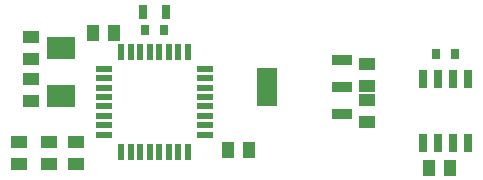
<source format=gtp>
G04*
G04 #@! TF.GenerationSoftware,Altium Limited,Altium Designer,21.2.2 (38)*
G04*
G04 Layer_Color=8421504*
%FSLAX25Y25*%
%MOIN*%
G70*
G04*
G04 #@! TF.SameCoordinates,6DF736DA-586D-4ED0-A9E8-28D565D663F1*
G04*
G04*
G04 #@! TF.FilePolarity,Positive*
G04*
G01*
G75*
%ADD14R,0.02953X0.04921*%
%ADD15R,0.05315X0.03937*%
%ADD16R,0.09449X0.07480*%
%ADD17R,0.02756X0.03347*%
%ADD18R,0.03937X0.05315*%
%ADD19R,0.02756X0.06102*%
%ADD20R,0.02362X0.05807*%
%ADD21R,0.05807X0.02362*%
%ADD22R,0.06890X0.12598*%
%ADD23R,0.06890X0.03740*%
D14*
X50063Y83000D02*
D03*
X57937D02*
D03*
D15*
X125000Y46358D02*
D03*
Y53642D02*
D03*
X13000Y60642D02*
D03*
Y53358D02*
D03*
Y67358D02*
D03*
Y74642D02*
D03*
X28000Y39642D02*
D03*
Y32358D02*
D03*
X19000Y39642D02*
D03*
Y32358D02*
D03*
X9000Y39642D02*
D03*
Y32358D02*
D03*
X125000Y65642D02*
D03*
Y58358D02*
D03*
D16*
X23000Y54929D02*
D03*
Y71071D02*
D03*
D17*
X147752Y69000D02*
D03*
X154248D02*
D03*
X57248Y77000D02*
D03*
X50752D02*
D03*
D18*
X145358Y31000D02*
D03*
X152642D02*
D03*
X85642Y37000D02*
D03*
X78358D02*
D03*
X33358Y76000D02*
D03*
X40642D02*
D03*
D19*
X143500Y39272D02*
D03*
X148500D02*
D03*
X153500D02*
D03*
X158500D02*
D03*
Y60728D02*
D03*
X153500D02*
D03*
X148500D02*
D03*
X143500D02*
D03*
D20*
X42976Y69685D02*
D03*
X46126D02*
D03*
X49276D02*
D03*
X52425D02*
D03*
X55575D02*
D03*
X58724D02*
D03*
X61874D02*
D03*
X65024D02*
D03*
Y36315D02*
D03*
X61874D02*
D03*
X58724D02*
D03*
X55575D02*
D03*
X52425D02*
D03*
X49276D02*
D03*
X46126D02*
D03*
X42976D02*
D03*
D21*
X70685Y64024D02*
D03*
Y60874D02*
D03*
Y57724D02*
D03*
Y54575D02*
D03*
Y51425D02*
D03*
Y48276D02*
D03*
Y45126D02*
D03*
Y41976D02*
D03*
X37315D02*
D03*
Y45126D02*
D03*
Y48276D02*
D03*
Y51425D02*
D03*
Y54575D02*
D03*
Y57724D02*
D03*
Y60874D02*
D03*
Y64024D02*
D03*
D22*
X91598Y58000D02*
D03*
D23*
X116402Y67055D02*
D03*
Y58000D02*
D03*
Y48945D02*
D03*
M02*

</source>
